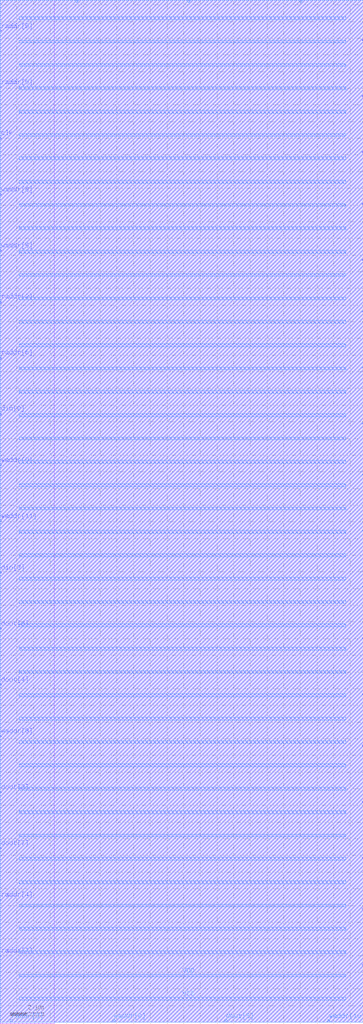
<source format=lef>
VERSION 5.8 ;
BUSBITCHARS "[]" ;
DIVIDERCHAR "/" ;
UNITS
    DATABASE MICRONS 2000 ;
END UNITS

MACRO spram_12x8
  FOREIGN spram_12x8 0 0 ;
  CLASS BLOCK ;
  SIZE 21.765 BY 61.29 ;
  PIN VSS
    USE GROUND ;
    DIRECTION INOUT ;
    PORT
      LAYER metal4 ;
        RECT  1.14 60.115 20.71 60.285 ;
        RECT  1.14 57.315 20.71 57.485 ;
        RECT  1.14 54.515 20.71 54.685 ;
        RECT  1.14 51.715 20.71 51.885 ;
        RECT  1.14 48.915 20.71 49.085 ;
        RECT  1.14 46.115 20.71 46.285 ;
        RECT  1.14 43.315 20.71 43.485 ;
        RECT  1.14 40.515 20.71 40.685 ;
        RECT  1.14 37.715 20.71 37.885 ;
        RECT  1.14 34.915 20.71 35.085 ;
        RECT  1.14 32.115 20.71 32.285 ;
        RECT  1.14 29.315 20.71 29.485 ;
        RECT  1.14 26.515 20.71 26.685 ;
        RECT  1.14 23.715 20.71 23.885 ;
        RECT  1.14 20.915 20.71 21.085 ;
        RECT  1.14 18.115 20.71 18.285 ;
        RECT  1.14 15.315 20.71 15.485 ;
        RECT  1.14 12.515 20.71 12.685 ;
        RECT  1.14 9.715 20.71 9.885 ;
        RECT  1.14 6.915 20.71 7.085 ;
        RECT  1.14 4.115 20.71 4.285 ;
        RECT  1.14 1.315 20.71 1.485 ;
    END
  END VSS
  PIN VDD
    USE POWER ;
    DIRECTION INOUT ;
    PORT
      LAYER metal4 ;
        RECT  1.14 58.715 20.71 58.885 ;
        RECT  1.14 55.915 20.71 56.085 ;
        RECT  1.14 53.115 20.71 53.285 ;
        RECT  1.14 50.315 20.71 50.485 ;
        RECT  1.14 47.515 20.71 47.685 ;
        RECT  1.14 44.715 20.71 44.885 ;
        RECT  1.14 41.915 20.71 42.085 ;
        RECT  1.14 39.115 20.71 39.285 ;
        RECT  1.14 36.315 20.71 36.485 ;
        RECT  1.14 33.515 20.71 33.685 ;
        RECT  1.14 30.715 20.71 30.885 ;
        RECT  1.14 27.915 20.71 28.085 ;
        RECT  1.14 25.115 20.71 25.285 ;
        RECT  1.14 22.315 20.71 22.485 ;
        RECT  1.14 19.515 20.71 19.685 ;
        RECT  1.14 16.715 20.71 16.885 ;
        RECT  1.14 13.915 20.71 14.085 ;
        RECT  1.14 11.115 20.71 11.285 ;
        RECT  1.14 8.315 20.71 8.485 ;
        RECT  1.14 5.515 20.71 5.685 ;
        RECT  1.14 2.715 20.71 2.885 ;
    END
  END VDD
  PIN clk
    DIRECTION INPUT ;
    USE SIGNAL ;
    PORT
      LAYER metal3 ;
        RECT  0 52.955 0.07 53.025 ;
    END
  END clk
  PIN din[0]
    DIRECTION INPUT ;
    USE SIGNAL ;
    PORT
      LAYER metal3 ;
        RECT  0 36.435 0.07 36.505 ;
    END
  END din[0]
  PIN din[1]
    DIRECTION INPUT ;
    USE SIGNAL ;
    PORT
      LAYER metal3 ;
        RECT  21.695 16.555 21.765 16.625 ;
    END
  END din[1]
  PIN din[2]
    DIRECTION INPUT ;
    USE SIGNAL ;
    PORT
      LAYER metal3 ;
        RECT  21.695 29.435 21.765 29.505 ;
    END
  END din[2]
  PIN din[3]
    DIRECTION INPUT ;
    USE SIGNAL ;
    PORT
      LAYER metal3 ;
        RECT  0 26.915 0.07 26.985 ;
    END
  END din[3]
  PIN din[4]
    DIRECTION INPUT ;
    USE SIGNAL ;
    PORT
      LAYER metal3 ;
        RECT  21.695 26.075 21.765 26.145 ;
    END
  END din[4]
  PIN din[5]
    DIRECTION INPUT ;
    USE SIGNAL ;
    PORT
      LAYER metal3 ;
        RECT  21.695 22.995 21.765 23.065 ;
    END
  END din[5]
  PIN din[6]
    DIRECTION INPUT ;
    USE SIGNAL ;
    PORT
      LAYER metal3 ;
        RECT  21.695 49.035 21.765 49.105 ;
    END
  END din[6]
  PIN din[7]
    DIRECTION INPUT ;
    USE SIGNAL ;
    PORT
      LAYER metal3 ;
        RECT  21.695 3.395 21.765 3.465 ;
    END
  END din[7]
  PIN dout[0]
    DIRECTION OUTPUT ;
    USE SIGNAL ;
    PORT
      LAYER metal3 ;
        RECT  21.695 9.835 21.765 9.905 ;
    END
  END dout[0]
  PIN dout[1]
    DIRECTION OUTPUT ;
    USE SIGNAL ;
    PORT
      LAYER metal4 ;
        RECT  4.505 61.15 4.645 61.29 ;
    END
  END dout[1]
  PIN dout[2]
    DIRECTION OUTPUT ;
    USE SIGNAL ;
    PORT
      LAYER metal3 ;
        RECT  0 13.755 0.07 13.825 ;
    END
  END dout[2]
  PIN dout[3]
    DIRECTION OUTPUT ;
    USE SIGNAL ;
    PORT
      LAYER metal3 ;
        RECT  21.695 52.115 21.765 52.185 ;
    END
  END dout[3]
  PIN dout[4]
    DIRECTION OUTPUT ;
    USE SIGNAL ;
    PORT
      LAYER metal3 ;
        RECT  0 20.195 0.07 20.265 ;
    END
  END dout[4]
  PIN dout[5]
    DIRECTION OUTPUT ;
    USE SIGNAL ;
    PORT
      LAYER metal4 ;
        RECT  13.465 0 13.605 0.14 ;
    END
  END dout[5]
  PIN dout[6]
    DIRECTION OUTPUT ;
    USE SIGNAL ;
    PORT
      LAYER metal3 ;
        RECT  0 23.555 0.07 23.625 ;
    END
  END dout[6]
  PIN dout[7]
    DIRECTION OUTPUT ;
    USE SIGNAL ;
    PORT
      LAYER metal3 ;
        RECT  0 10.395 0.07 10.465 ;
    END
  END dout[7]
  PIN raddr[0]
    DIRECTION INPUT ;
    USE SIGNAL ;
    PORT
      LAYER metal3 ;
        RECT  0 56.035 0.07 56.105 ;
    END
  END raddr[0]
  PIN raddr[10]
    DIRECTION INPUT ;
    USE SIGNAL ;
    PORT
      LAYER metal4 ;
        RECT  11.225 61.15 11.365 61.29 ;
    END
  END raddr[10]
  PIN raddr[11]
    DIRECTION INPUT ;
    USE SIGNAL ;
    PORT
      LAYER metal3 ;
        RECT  21.695 35.875 21.765 35.945 ;
    END
  END raddr[11]
  PIN raddr[1]
    DIRECTION INPUT ;
    USE SIGNAL ;
    PORT
      LAYER metal3 ;
        RECT  21.695 55.475 21.765 55.545 ;
    END
  END raddr[1]
  PIN raddr[2]
    DIRECTION INPUT ;
    USE SIGNAL ;
    PORT
      LAYER metal3 ;
        RECT  0 43.155 0.07 43.225 ;
    END
  END raddr[2]
  PIN raddr[3]
    DIRECTION INPUT ;
    USE SIGNAL ;
    PORT
      LAYER metal4 ;
        RECT  0.585 0 0.725 0.14 ;
    END
  END raddr[3]
  PIN raddr[4]
    DIRECTION INPUT ;
    USE SIGNAL ;
    PORT
      LAYER metal3 ;
        RECT  0 7.315 0.07 7.385 ;
    END
  END raddr[4]
  PIN raddr[5]
    DIRECTION INPUT ;
    USE SIGNAL ;
    PORT
      LAYER metal3 ;
        RECT  21.695 45.675 21.765 45.745 ;
    END
  END raddr[5]
  PIN raddr[6]
    DIRECTION INPUT ;
    USE SIGNAL ;
    PORT
      LAYER metal3 ;
        RECT  0 39.795 0.07 39.865 ;
    END
  END raddr[6]
  PIN raddr[7]
    DIRECTION INPUT ;
    USE SIGNAL ;
    PORT
      LAYER metal3 ;
        RECT  0 3.955 0.07 4.025 ;
    END
  END raddr[7]
  PIN raddr[8]
    DIRECTION INPUT ;
    USE SIGNAL ;
    PORT
      LAYER metal3 ;
        RECT  21.695 19.635 21.765 19.705 ;
    END
  END raddr[8]
  PIN raddr[9]
    DIRECTION INPUT ;
    USE SIGNAL ;
    PORT
      LAYER metal3 ;
        RECT  0 59.395 0.07 59.465 ;
    END
  END raddr[9]
  PIN re
    DIRECTION INPUT ;
    USE SIGNAL ;
    PORT
      LAYER metal3 ;
        RECT  21.695 32.795 21.765 32.865 ;
    END
  END re
  PIN waddr[0]
    DIRECTION INPUT ;
    USE SIGNAL ;
    PORT
      LAYER metal4 ;
        RECT  6.745 0 6.885 0.14 ;
    END
  END waddr[0]
  PIN waddr[10]
    DIRECTION INPUT ;
    USE SIGNAL ;
    PORT
      LAYER metal4 ;
        RECT  19.625 0 19.765 0.14 ;
    END
  END waddr[10]
  PIN waddr[11]
    DIRECTION INPUT ;
    USE SIGNAL ;
    PORT
      LAYER metal3 ;
        RECT  0 29.995 0.07 30.065 ;
    END
  END waddr[11]
  PIN waddr[1]
    DIRECTION INPUT ;
    USE SIGNAL ;
    PORT
      LAYER metal3 ;
        RECT  21.695 39.235 21.765 39.305 ;
    END
  END waddr[1]
  PIN waddr[2]
    DIRECTION INPUT ;
    USE SIGNAL ;
    PORT
      LAYER metal3 ;
        RECT  21.695 6.755 21.765 6.825 ;
    END
  END waddr[2]
  PIN waddr[3]
    DIRECTION INPUT ;
    USE SIGNAL ;
    PORT
      LAYER metal3 ;
        RECT  21.695 58.835 21.765 58.905 ;
    END
  END waddr[3]
  PIN waddr[4]
    DIRECTION INPUT ;
    USE SIGNAL ;
    PORT
      LAYER metal4 ;
        RECT  17.945 61.15 18.085 61.29 ;
    END
  END waddr[4]
  PIN waddr[5]
    DIRECTION INPUT ;
    USE SIGNAL ;
    PORT
      LAYER metal3 ;
        RECT  0 46.235 0.07 46.305 ;
    END
  END waddr[5]
  PIN waddr[6]
    DIRECTION INPUT ;
    USE SIGNAL ;
    PORT
      LAYER metal3 ;
        RECT  0 49.595 0.07 49.665 ;
    END
  END waddr[6]
  PIN waddr[7]
    DIRECTION INPUT ;
    USE SIGNAL ;
    PORT
      LAYER metal3 ;
        RECT  21.695 13.195 21.765 13.265 ;
    END
  END waddr[7]
  PIN waddr[8]
    DIRECTION INPUT ;
    USE SIGNAL ;
    PORT
      LAYER metal3 ;
        RECT  0 17.115 0.07 17.185 ;
    END
  END waddr[8]
  PIN waddr[9]
    DIRECTION INPUT ;
    USE SIGNAL ;
    PORT
      LAYER metal3 ;
        RECT  0 33.355 0.07 33.425 ;
    END
  END waddr[9]
  PIN we
    DIRECTION INPUT ;
    USE SIGNAL ;
    PORT
      LAYER metal3 ;
        RECT  21.695 42.595 21.765 42.665 ;
    END
  END we
  OBS
    LAYER metal1 ;
     RECT  0 -0.085 3.23 61.29 ;
     RECT  3.23 0 21.765 61.29 ;
    LAYER metal2 ;
     RECT  0 0 21.765 61.29 ;
    LAYER metal3 ;
     RECT  0 0 21.765 61.29 ;
    LAYER metal4 ;
     RECT  0 0 21.765 61.29 ;
  END
END spram_12x8
END LIBRARY

</source>
